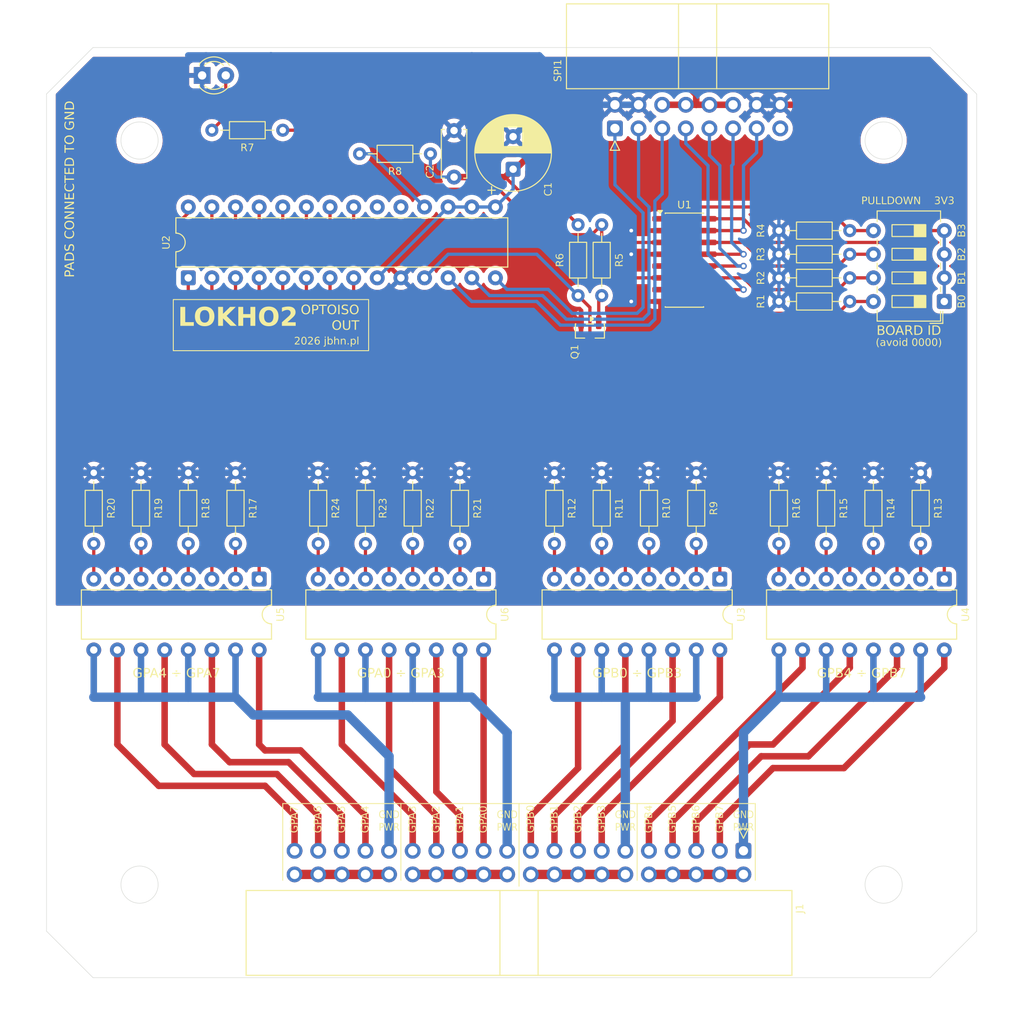
<source format=kicad_pcb>
(kicad_pcb (version 20241229) (generator "pcbnew") (generator_version "9.0")
  (layers (0 "F.Cu" signal) (2 "B.Cu" signal) (13 "F.Paste" user) (15 "B.Paste" user) (5 "F.SilkS" user "F.Silkscreen") (7 "B.SilkS" user "B.Silkscreen") (1 "F.Mask" user) (3 "B.Mask" user) (25 "Edge.Cuts" user))
  (net 0 "")
  (net 1 "SPI_MISO")
  (net 2 "GND")
  (net 3 "SPI_MOSI")
  (net 4 "SPI_SCK")
  (net 5 "+3V3")
  (net 6 "SPI_S0")
  (net 7 "SPI_S1")
  (net 8 "SPI_S2")
  (net 9 "SPI_S3")
  (net 10 "GP")
  (net 11 "ADDR_SEL")
  (net 12 "Net-(Q1-B)")
  (net 13 "Net-(U1-B0)")
  (net 14 "Net-(U1-B1)")
  (net 15 "Net-(U1-B2)")
  (net 16 "Net-(U1-B3)")
  (net 17 "Net-(U1-Oa=b)")
  (net 18 "Net-(U2-~{RESET})")
  (net 23 "Net-(D1-A)")
  (net 24 "GPB0")
  (net 25 "GPA4")
  (net 26 "GPB2")
  (net 27 "GPB3")
  (net 28 "GPB5")
  (net 29 "GPA3")
  (net 30 "GPB1")
  (net 31 "GPA0")
  (net 32 "GPA2")
  (net 33 "GPB4")
  (net 34 "GPA5")
  (net 35 "GPA7")
  (net 36 "GPB6")
  (net 37 "GPA6")
  (net 38 "GPB7")
  (net 39 "GPA1")
  (net 40 "Net-(R9-Pad2)")
  (net 41 "Net-(R10-Pad2)")
  (net 42 "Net-(R11-Pad2)")
  (net 43 "Net-(R12-Pad2)")
  (net 44 "Net-(R13-Pad2)")
  (net 45 "Net-(R14-Pad2)")
  (net 46 "Net-(R15-Pad2)")
  (net 47 "Net-(R16-Pad2)")
  (net 48 "Net-(R17-Pad2)")
  (net 49 "Net-(R18-Pad2)")
  (net 50 "Net-(R19-Pad2)")
  (net 51 "Net-(R20-Pad2)")
  (net 52 "Net-(R21-Pad2)")
  (net 53 "Net-(R22-Pad2)")
  (net 54 "Net-(R23-Pad2)")
  (net 55 "Net-(R24-Pad2)")
  (net 56 "GPB3I")
  (net 57 "IGND0")
  (net 58 "GPB2I")
  (net 59 "GPB0I")
  (net 60 "GPB1I")
  (net 61 "IGND1")
  (net 62 "GPB7I")
  (net 63 "GPB5I")
  (net 64 "GPB4I")
  (net 65 "GPB6I")
  (net 66 "GPA4I")
  (net 67 "GPA6I")
  (net 68 "GPA5I")
  (net 69 "IGND2")
  (net 70 "GPA7I")
  (net 71 "GPA3I")
  (net 72 "GPA2I")
  (net 73 "GPA0I")
  (net 74 "GPA1I")
  (net 75 "IGND3")
  (net 76 "IPWR1")
  (net 77 "IPWR0")
  (net 78 "IPWR2")
  (net 79 "IPWR3")
  (footprint "Resistor_THT:R_Axial_DIN0204_L3.6mm_D1.6mm_P7.62mm_Horizontal" (layer "F.Cu") (at 183.82 95.72 -90)
    (property "Reference" "R15")
    (property "Value" "1k")
  )
  (footprint "Resistor_THT:R_Axial_DIN0204_L3.6mm_D1.6mm_P7.62mm_Horizontal" (layer "F.Cu") (at 115.24 95.72 -90)
    (property "Reference" "R18")
    (property "Value" "1k")
  )
  (footprint "Resistor_THT:R_Axial_DIN0204_L3.6mm_D1.6mm_P7.62mm_Horizontal" (layer "F.Cu") (at 164.77 95.72 -90)
    (property "Reference" "R10")
    (property "Value" "1k")
  )
  (footprint "Resistor_THT:R_Axial_DIN0204_L3.6mm_D1.6mm_P7.62mm_Horizontal" (layer "F.Cu") (at 186.36 69.685 180)
    (property "Reference" "R4")
    (property "Value" "10k")
  )
  (footprint "Resistor_THT:R_Axial_DIN0204_L3.6mm_D1.6mm_P7.62mm_Horizontal" (layer "F.Cu") (at 105.08 95.72 -90)
    (property "Reference" "R20")
    (property "Value" "1k")
  )
  (footprint "Package_DIP:DIP-16_W7.62mm" (layer "F.Cu") (at 122.86 107.15 -90)
    (property "Reference" "U5")
    (property "Value" "LTV-847")
  )
  (footprint "Resistor_THT:R_Axial_DIN0204_L3.6mm_D1.6mm_P7.62mm_Horizontal" (layer "F.Cu") (at 188.9 95.72 -90)
    (property "Reference" "R14")
    (property "Value" "1k")
  )
  (footprint "Resistor_THT:R_Axial_DIN0204_L3.6mm_D1.6mm_P7.62mm_Horizontal" (layer "F.Cu") (at 125.4 58.89 180)
    (property "Reference" "R7")
    (property "Value" "1k")
  )
  (footprint "Resistor_THT:R_Axial_DIN0204_L3.6mm_D1.6mm_P7.62mm_Horizontal" (layer "F.Cu") (at 139.37 95.72 -90)
    (property "Reference" "R22")
    (property "Value" "1k")
  )
  (footprint "Capacitor_THT:C_Disc_D5.0mm_W2.5mm_P5.00mm" (layer "F.Cu") (at 143.815 58.93 -90)
    (property "Reference" "C2")
    (property "Value" "100n")
  )
  (footprint "Connector_IDC:IDC-Header_2x20_P2.54mm_Horizontal" (layer "F.Cu") (at 174.93 136.36 -90)
    (property "Reference" "J1")
    (property "Value" "ISOLATED OUTPUT")
  )
  (footprint "Resistor_THT:R_Axial_DIN0204_L3.6mm_D1.6mm_P7.62mm_Horizontal" (layer "F.Cu") (at 169.85 95.72 -90)
    (property "Reference" "R9")
    (property "Value" "1k")
  )
  (footprint "Package_TO_SOT_SMD:SOT-23" (layer "F.Cu") (at 158.42 80.48 -90)
    (property "Reference" "Q1")
    (property "Value" "BC846")
  )
  (footprint "Package_DIP:DIP-16_W7.62mm" (layer "F.Cu") (at 172.39 107.15 -90)
    (property "Reference" "U3")
    (property "Value" "LTV-847")
  )
  (footprint "LED_THT:LED_D3.0mm" (layer "F.Cu") (at 116.73 53)
    (property "Reference" "D1" (hide yes))
    (property "Value" "LED")
  )
  (footprint "Resistor_THT:R_Axial_DIN0204_L3.6mm_D1.6mm_P7.62mm_Horizontal" (layer "F.Cu") (at 129.21 95.72 -90)
    (property "Reference" "R24")
    (property "Value" "1k")
  )
  (footprint "Package_DIP:DIP-16_W7.62mm" (layer "F.Cu") (at 196.52 107.15 -90)
    (property "Reference" "U4")
    (property "Value" "LTV-847")
  )
  (footprint "Resistor_THT:R_Axial_DIN0204_L3.6mm_D1.6mm_P7.62mm_Horizontal" (layer "F.Cu") (at 110.16 95.72 -90)
    (property "Reference" "R19")
    (property "Value" "1k")
  )
  (footprint "Resistor_THT:R_Axial_DIN0204_L3.6mm_D1.6mm_P7.62mm_Horizontal" (layer "F.Cu") (at 134.29 95.72 -90)
    (property "Reference" "R23")
    (property "Value" "1k")
  )
  (footprint "Resistor_THT:R_Axial_DIN0204_L3.6mm_D1.6mm_P7.62mm_Horizontal" (layer "F.Cu") (at 186.36 77.305 180)
    (property "Reference" "R1")
    (property "Value" "10k")
  )
  (footprint "Resistor_THT:R_Axial_DIN0204_L3.6mm_D1.6mm_P7.62mm_Horizontal" (layer "F.Cu") (at 159.69 69.05 -90)
    (property "Reference" "R5")
    (property "Value" "10k")
  )
  (footprint "Resistor_THT:R_Axial_DIN0204_L3.6mm_D1.6mm_P7.62mm_Horizontal" (layer "F.Cu") (at 159.69 95.72 -90)
    (property "Reference" "R11")
    (property "Value" "1k")
  )
  (footprint "Connector_IDC:IDC-Header_2x08_P2.54mm_Horizontal" (layer "F.Cu") (at 161.11 58.6975 90)
    (property "Reference" "SPI1")
    (property "Value" "LOKHO2 SPI")
  )
  (footprint "Resistor_THT:R_Axial_DIN0204_L3.6mm_D1.6mm_P7.62mm_Horizontal" (layer "F.Cu") (at 186.36 74.765 180)
    (property "Reference" "R2")
    (property "Value" "10k")
  )
  (footprint "Resistor_THT:R_Axial_DIN0204_L3.6mm_D1.6mm_P7.62mm_Horizontal" (layer "F.Cu") (at 178.74 95.72 -90)
    (property "Reference" "R16")
    (property "Value" "1k")
  )
  (footprint "Resistor_THT:R_Axial_DIN0204_L3.6mm_D1.6mm_P7.62mm_Horizontal" (layer "F.Cu") (at 144.45 95.72 -90)
    (property "Reference" "R21")
    (property "Value" "1k")
  )
  (footprint "Resistor_THT:R_Axial_DIN0204_L3.6mm_D1.6mm_P7.62mm_Horizontal" (layer "F.Cu") (at 141.275 61.43 180)
    (property "Reference" "R8")
    (property "Value" "10k")
  )
  (footprint "Resistor_THT:R_Axial_DIN0204_L3.6mm_D1.6mm_P7.62mm_Horizontal" (layer "F.Cu") (at 120.32 95.72 -90)
    (property "Reference" "R17")
    (property "Value" "1k")
  )
  (footprint "Capacitor_THT:CP_Radial_D8.0mm_P3.50mm" (layer "F.Cu") (at 150.165 63.082651 90)
    (property "Reference" "C1")
    (property "Value" "330u")
  )
  (footprint "Button_Switch_THT:SW_DIP_SPSTx04_Slide_6.7x11.72mm_W7.62mm_P2.54mm_LowProfile" (layer "F.Cu") (at 196.52 77.305 180)
    (property "Reference" "SW1" (hide yes))
    (property "Value" "SW_DIP_x04")
  )
  (footprint "Package_DIP:DIP-16_W7.62mm" (layer "F.Cu") (at 146.99 107.15 -90)
    (property "Reference" "U6")
    (property "Value" "LTV-847")
  )
  (footprint "Resistor_THT:R_Axial_DIN0204_L3.6mm_D1.6mm_P7.62mm_Horizontal" (layer "F.Cu") (at 154.61 95.72 -90)
    (property "Reference" "R12")
    (property "Value" "1k")
  )
  (footprint "Resistor_THT:R_Axial_DIN0204_L3.6mm_D1.6mm_P7.62mm_Horizontal" (layer "F.Cu") (at 157.15 76.67 90)
    (property "Reference" "R6")
    (property "Value" "10k")
  )
  (footprint "Package_SO:SO-16_3.9x9.9mm_P1.27mm" (layer "F.Cu") (at 168.58 72.86)
    (property "Reference" "U1")
    (property "Value" "74HC85")
  )
  (footprint "Resistor_THT:R_Axial_DIN0204_L3.6mm_D1.6mm_P7.62mm_Horizontal" (layer "F.Cu") (at 193.98 95.72 -90)
    (property "Reference" "R13")
    (property "Value" "1k")
  )
  (footprint "Resistor_THT:R_Axial_DIN0204_L3.6mm_D1.6mm_P7.62mm_Horizontal" (layer "F.Cu") (at 186.36 72.225 180)
    (property "Reference" "R3")
    (property "Value" "10k")
  )
  (footprint "Package_DIP:DIP-28_W7.62mm" (layer "F.Cu") (at 115.24 74.765 90)
    (property "Reference" "U2")
    (property "Value" "MCP23S17_SP")
  )
  (gr_circle (center 110 60) (end 113.5 60) (stroke (width 2)) (fill no) (layers "F.Cu" "F.Mask") (net 2))
  (gr_circle (center 190 60) (end 193.5 60) (stroke (width 2)) (fill no) (layers "F.Cu" "F.Mask") (net 2))
  (gr_line (start 138.1 139.535) (end 138.1 131.28) (stroke (width 0.1)) (layer "F.SilkS"))
  (gr_line (start 138.1 131.28) (end 125.4 131.28) (stroke (width 0.1)) (layer "F.SilkS"))
  (gr_line (start 150.8 131.28) (end 163.5 131.28) (stroke (width 0.1)) (layer "F.SilkS"))
  (gr_line (start 176.2 131.28) (end 176.2 139.535) (stroke (width 0.1)) (layer "F.SilkS"))
  (gr_line (start 150.8 131.28) (end 150.8 140.17) (stroke (width 0.1)) (layer "F.SilkS"))
  (gr_line (start 125.4 131.28) (end 125.4 139.535) (stroke (width 0.1)) (layer "F.SilkS"))
  (gr_line (start 138.1 131.28) (end 150.8 131.28) (stroke (width 0.1)) (layer "F.SilkS"))
  (gr_rect (start 113.63 77.095) (end 134.63 82.595) (stroke (width 0.1)) (fill no) (layer "F.SilkS"))
  (gr_line (start 163.5 131.28) (end 163.5 139.535) (stroke (width 0.1)) (layer "F.SilkS"))
  (gr_line (start 163.5 131.28) (end 176.2 131.28) (stroke (width 0.1)) (layer "F.SilkS"))
  (gr_line (start 200 145) (end 195 150) (stroke (width 0.05)) (layer "Edge.Cuts"))
  (gr_line (start 105 150) (end 100 145) (stroke (width 0.05)) (layer "Edge.Cuts"))
  (gr_line (start 195 50) (end 200 55) (stroke (width 0.05)) (layer "Edge.Cuts"))
  (gr_circle (center 190 140) (end 192 140) (stroke (width 0.05)) (fill no) (layer "Edge.Cuts"))
  (gr_line (start 200 55) (end 200 145) (stroke (width 0.05)) (layer "Edge.Cuts"))
  (gr_line (start 105 50) (end 195 50) (stroke (width 0.05)) (layer "Edge.Cuts"))
  (gr_line (start 100 55) (end 105 50) (stroke (width 0.05)) (layer "Edge.Cuts"))
  (gr_circle (center 110 140) (end 108 140) (stroke (width 0.05)) (fill no) (layer "Edge.Cuts"))
  (gr_line (start 195 150) (end 105 150) (stroke (width 0.05)) (layer "Edge.Cuts"))
  (gr_circle (center 190 60) (end 192 60) (stroke (width 0.05)) (fill no) (layer "Edge.Cuts"))
  (gr_line (start 100 145) (end 100 55) (stroke (width 0.05)) (layer "Edge.Cuts"))
  (gr_circle (center 110 60) (end 112 60) (stroke (width 0.05)) (fill no) (layer "Edge.Cuts"))
  (gr_text "GPA4" (at 134.29 134.455 90) (layer "F.SilkS") (effects (font (size 0.8 0.8) (thickness 0.125)) (justify left)))
  (gr_text "GPA0 ÷ GPA3" (at 138.1 117.31 0) (layer "F.SilkS") (effects (font (size 1 1) (thickness 0.125))))
  (gr_text "B0" (at 198.425 77.305 90) (layer "F.SilkS") (effects (font (size 0.8 0.8) (thickness 0.125))))
  (gr_text "GND\nPWR" (at 149.53 133.185 0) (layer "F.SilkS") (effects (font (size 0.8 0.7) (thickness 0.125))))
  (gr_text "2026 jbhn.pl" (at 133.63 81.595 0) (layer "F.SilkS") (effects (font (size 0.8 0.8) (thickness 0.125)) (justify right)))
  (gr_text "LOKHO2" (at 114.13 79.095 0) (layer "F.SilkS") (effects (font (size 2 2) (thickness 0.4) (bold yes)) (justify left)))
  (gr_text "GPA0" (at 146.99 134.455 90) (layer "F.SilkS") (effects (font (size 0.8 0.8) (thickness 0.125)) (justify left)))
  (gr_text "GPA3" (at 139.37 134.455 90) (layer "F.SilkS") (effects (font (size 0.8 0.8) (thickness 0.125)) (justify left)))
  (gr_text "GPA6" (at 129.21 134.455 90) (layer "F.SilkS") (effects (font (size 0.8 0.8) (thickness 0.125)) (justify left)))
  (gr_text "GND\nPWR" (at 162.23 133.185 0) (layer "F.SilkS") (effects (font (size 0.8 0.7) (thickness 0.125))))
  (gr_text "GPB4 ÷ GPB7" (at 187.63 117.31 0) (layer "F.SilkS") (effects (font (size 1 1) (thickness 0.125))))
  (gr_text "GPB4" (at 164.77 134.455 90) (layer "F.SilkS") (effects (font (size 0.8 0.8) (thickness 0.125)) (justify left)))
  (gr_text "GPB6" (at 169.85 134.455 90) (layer "F.SilkS") (effects (font (size 0.8 0.8) (thickness 0.125)) (justify left)))
  (gr_text "BOARD ID" (at 192.71 80.48 0) (layer "F.SilkS") (effects (font (size 1 1) (thickness 0.125))))
  (gr_text "PADS CONNECTED TO GND" (at 102.54 55.715 90) (layer "F.SilkS") (effects (font (size 1 1) (thickness 0.125)) (justify right)))
  (gr_text "B3" (at 198.425 69.685 90) (layer "F.SilkS") (effects (font (size 0.8 0.8) (thickness 0.125))))
  (gr_text "GPA1" (at 144.45 134.455 90) (layer "F.SilkS") (effects (font (size 0.8 0.8) (thickness 0.125)) (justify left)))
  (gr_text "B1" (at 198.425 74.765 90) (layer "F.SilkS") (effects (font (size 0.8 0.8) (thickness 0.125))))
  (gr_text "GPA4 ÷ GPA7" (at 113.97 117.31 0) (layer "F.SilkS") (effects (font (size 1 1) (thickness 0.125))))
  (gr_text "GND\nPWR" (at 174.93 133.185 0) (layer "F.SilkS") (effects (font (size 0.8 0.7) (thickness 0.125))))
  (gr_text "GPB1" (at 154.61 134.455 90) (layer "F.SilkS") (effects (font (size 0.8 0.8) (thickness 0.125)) (justify left)))
  (gr_text "B2" (at 198.425 72.225 90) (layer "F.SilkS") (effects (font (size 0.8 0.8) (thickness 0.125))))
  (gr_text "(avoid 0000)" (at 192.71 81.75 0) (layer "F.SilkS") (effects (font (size 0.8 0.8) (thickness 0.125))))
  (gr_text "GPB0" (at 152.07 134.455 90) (layer "F.SilkS") (effects (font (size 0.8 0.8) (thickness 0.125)) (justify left)))
  (gr_text "GPB5" (at 167.31 134.455 90) (layer "F.SilkS") (effects (font (size 0.8 0.8) (thickness 0.125)) (justify left)))
  (gr_text "3V3" (at 196.52 66.51 0) (layer "F.SilkS") (effects (font (size 0.8 0.8) (thickness 0.125))))
  (gr_text "GPB0 ÷ GPB3" (at 163.5 117.31 0) (layer "F.SilkS") (effects (font (size 1 1) (thickness 0.125))))
  (gr_text "GPA5" (at 131.75 134.455 90) (layer "F.SilkS") (effects (font (size 0.8 0.8) (thickness 0.125)) (justify left)))
  (gr_text "OPTOISO\nOUT" (at 133.63 79.095 0) (layer "F.SilkS") (effects (font (size 1 1) (thickness 0.125)) (justify right)))
  (gr_text "GPA2" (at 141.91 134.455 90) (layer "F.SilkS") (effects (font (size 0.8 0.8) (thickness 0.125)) (justify left)))
  (gr_text "GPB3" (at 159.69 134.455 90) (layer "F.SilkS") (effects (font (size 0.8 0.8) (thickness 0.125)) (justify left)))
  (gr_text "GPB2" (at 157.15 134.455 90) (layer "F.SilkS") (effects (font (size 0.8 0.8) (thickness 0.125)) (justify left)))
  (gr_text "PULLDOWN" (at 190.805 66.51 0) (layer "F.SilkS") (effects (font (size 0.8 0.8) (thickness 0.125))))
  (gr_text "GND\nPWR" (at 136.83 133.185 0) (layer "F.SilkS") (effects (font (size 0.8 0.7) (thickness 0.125))))
  (gr_text "GPB7" (at 172.39 134.455 90) (layer "F.SilkS") (effects (font (size 0.8 0.8) (thickness 0.125)) (justify left)))
  (gr_text "GPA7" (at 126.67 134.455 90) (layer "F.SilkS") (effects (font (size 0.8 0.8) (thickness 0.125)) (justify left)))
  (segment (start 148.26 74.765) (end 149.495 76) (width 0.35) (layer "B.Cu") (net 1))
  (segment (start 164.135 67.78) (end 161.11 64.755) (width 0.35) (layer "B.Cu") (net 1))
  (segment (start 149.495 76) (end 153.94 76) (width 0.35) (layer "B.Cu") (net 1))
  (segment (start 161.11 64.755) (end 161.11 58.6975) (width 0.35) (layer "B.Cu") (net 1))
  (segment (start 163.5 78.575) (end 164.135 77.94) (width 0.35) (layer "B.Cu") (net 1))
  (segment (start 156.515 78.575) (end 163.5 78.575) (width 0.35) (layer "B.Cu") (net 1))
  (segment (start 164.135 77.94) (end 164.135 67.78) (width 0.35) (layer "B.Cu") (net 1))
  (segment (start 153.94 76) (end 156.515 78.575) (width 0.35) (layer "B.Cu") (net 1))
  (segment (start 116.73 53) (end 113.5 53) (width 0.35) (layer "F.Cu") (net 2))
  (segment (start 155.245 75.4) (end 155.88 74.765) (width 0.35) (layer "F.Cu") (net 2))
  (segment (start 155.245 77.3175) (end 155.245 75.4) (width 0.35) (layer "F.Cu") (net 2))
  (segment (start 162.865 72.225) (end 166.005 72.225) (width 0.35) (layer "F.Cu") (net 2))
  (segment (start 166.005 69.685) (end 162.865 69.685) (width 0.35) (layer "F.Cu") (net 2))
  (segment (start 160.325 74.765) (end 162.865 77.305) (width 0.35) (layer "F.Cu") (net 2))
  (segment (start 162.865 77.305) (end 166.005 77.305) (width 0.35) (layer "F.Cu") (net 2))
  (segment (start 113.5 53) (end 110 56.5) (width 0.35) (layer "F.Cu") (net 2))
  (segment (start 178.89 56.1575) (end 189.6575 56.1575) (width 0.7) (layer "F.Cu") (net 2))
  (segment (start 157.47 79.5425) (end 155.245 77.3175) (width 0.35) (layer "F.Cu") (net 2))
  (segment (start 155.88 74.765) (end 160.325 74.765) (width 0.35) (layer "F.Cu") (net 2))
  (segment (start 189.6575 56.1575) (end 190 56.5) (width 0.7) (layer "F.Cu") (net 2))
  (via (at 162.865 69.685) (size 0.7) (drill 0.4) (layers "F.Cu" "B.Cu") (net 2))
  (via (at 162.865 72.225) (size 0.7) (drill 0.4) (layers "F.Cu" "B.Cu") (net 2))
  (via (at 162.865 77.305) (size 0.7) (drill 0.4) (layers "F.Cu" "B.Cu") (net 2))
  (segment (start 124.13 50.851) (end 117.145 50.851) (width 0.7) (layer "B.Cu") (net 2))
  (segment (start 178.74 63.335) (end 181.915 60.16) (width 0.35) (layer "B.Cu") (net 2))
  (segment (start 138.1 74.765) (end 143.815 69.05) (width 0.35) (layer "B.Cu") (net 2))
  (segment (start 102.54 76.67) (end 102.54 95.72) (width 0.7) (layer "B.Cu") (net 2))
  (segment (start 121.59 53.391) (end 121.59 61.43) (width 0.7) (layer "B.Cu") (net 2))
  (segment (start 116.73 53) (end 116.73 51.266) (width 0.35) (layer "B.Cu") (net 2))
  (segment (start 151.463826 58.283826) (end 150.165 59.582651) (width 0.7) (layer "B.Cu") (net 2))
  (segment (start 154.61 63.97) (end 154.61 61.43) (width 0.35) (layer "B.Cu") (net 2))
  (segment (start 177.47 54.445) (end 176.835 53.81) (width 0.7) (layer "B.Cu") (net 2))
  (segment (start 176.835 53.81) (end 155.937652 53.81) (width 0.7) (layer "B.Cu") (net 2))
  (segment (start 153.368826 56.378826) (end 151.463826 58.283826) (width 0.7) (layer "B.Cu") (net 2))
  (segment (start 117.145 50.851) (end 115.24 50.851) (width 0.7) (layer "B.Cu") (net 2))
  (segment (start 153.590151 56.1575) (end 153.368826 56.378826) (width 0.7) (layer "B.Cu") (net 2))
  (segment (start 162.865 69.685) (end 154.61 61.43) (width 0.35) (layer "B.Cu") (net 2))
  (segment (start 154.61 61.43) (end 152.705 59.525) (width 0.35) (layer "B.Cu") (net 2))
  (segment (start 124.13 50.851) (end 121.59 53.391) (width 0.7) (layer "B.Cu") (net 2))
  (segment (start 116.73 51.266) (end 117.145 50.851) (width 0.35) (layer "B.Cu") (net 2))
  (segment (start 155.937652 53.81) (end 153.368826 56.378826) (width 0.7) (layer "B.Cu") (net 2))
  (segment (start 152.705 59.525) (end 151.463826 58.283826) (width 0.35) (layer "B.Cu") (net 2))
  (segment (start 143.815 58.93) (end 146.5875 56.1575) (width 0.7) (layer "B.Cu") (net 2))
  (segment (start 162.865 72.225) (end 162.865 77.305) (width 0.35) (layer "B.Cu") (net 2))
  (segment (start 117.78 65.24) (end 113.97 65.24) (width 0.7) (layer "B.Cu") (net 2))
  (segment (start 145.72 50.851) (end 124.13 50.851) (width 0.7) (layer "B.Cu") (net 2))
  (segment (start 121.59 61.43) (end 117.78 65.24) (width 0.7) (layer "B.Cu") (net 2))
  (segment (start 177.47 56.1575) (end 177.47 54.445) (width 0.7) (layer "B.Cu") (net 2))
  (segment (start 102.54 95.72) (end 193.98 95.72) (width 0.7) (layer "B.Cu") (net 2))
  (segment (start 149.53 69.05) (end 154.61 63.97) (width 0.35) (layer "B.Cu") (net 2))
  (segment (start 177.47 56.1575) (end 176.35 56.1575) (width 0.7) (layer "B.Cu") (net 2))
  (segment (start 181.915 54.445) (end 181.28 53.81) (width 0.35) (layer "B.Cu") (net 2))
  (segment (start 163.65 56.1575) (end 153.590151 56.1575) (width 0.7) (layer "B.Cu") (net 2))
  (segment (start 178.89 56.1575) (end 177.47 56.1575) (width 0.7) (layer "B.Cu") (net 2))
  (segment (start 178.74 77.305) (end 178.74 69.685) (width 0.35) (layer "B.Cu") (net 2))
  (segment (start 181.28 53.81) (end 176.835 53.81) (width 0.35) (layer "B.Cu") (net 2))
  (segment (start 143.815 69.05) (end 149.53 69.05) (width 0.35) (layer "B.Cu") (net 2))
  (segment (start 113.97 65.24) (end 102.54 76.67) (width 0.7) (layer "B.Cu") (net 2))
  (segment (start 155.937652 53.81) (end 152.978652 50.851) (width 0.7) (layer "B.Cu") (net 2))
  (segment (start 178.74 69.685) (end 178.74 63.335) (width 0.35) (layer "B.Cu") (net 2))
  (segment (start 152.978652 50.851) (end 145.72 50.851) (width 0.7) (layer "B.Cu") (net 2))
  (segment (start 181.915 60.16) (end 181.915 54.445) (width 0.35) (layer "B.Cu") (net 2))
  (segment (start 162.865 69.685) (end 162.865 72.225) (width 0.35) (layer "B.Cu") (net 2))
  (segment (start 146.5875 56.1575) (end 153.590151 56.1575) (width 0.7) (layer "B.Cu") (net 2))
  (segment (start 153.34 76.67) (end 155.88 79.21) (width 0.35) (layer "B.Cu") (net 3))
  (segment (start 145.72 74.765) (end 147.625 76.67) (width 0.35) (layer "B.Cu") (net 3))
  (segment (start 155.88 79.21) (end 164.135 79.21) (width 0.35) (layer "B.Cu") (net 3))
  (segment (start 164.77 67.145) (end 163.65 66.025) (width 0.35) (layer "B.Cu") (net 3))
  (segment (start 164.77 78.575) (end 164.77 67.145) (width 0.35) (layer "B.Cu") (net 3))
  (segment (start 147.625 76.67) (end 153.34 76.67) (width 0.35) (layer "B.Cu") (net 3))
  (segment (start 164.135 79.21) (end 164.77 78.575) (width 0.35) (layer "B.Cu") (net 3))
  (segment (start 163.65 66.025) (end 163.65 58.6975) (width 0.35) (layer "B.Cu") (net 3))
  (segment (start 152.705 77.305) (end 155.245 79.845) (width 0.35) (layer "B.Cu") (net 4))
  (segment (start 164.77 79.845) (end 165.405 79.21) (width 0.35) (layer "B.Cu") (net 4))
  (segment (start 165.405 66.51) (end 166.19 65.725) (width 0.35) (layer "B.Cu") (net 4))
  (segment (start 165.405 79.21) (end 165.405 66.51) (width 0.35) (layer "B.Cu") (net 4))
  (segment (start 145.72 77.305) (end 152.705 77.305) (width 0.35) (layer "B.Cu") (net 4))
  (segment (start 155.245 79.845) (end 164.77 79.845) (width 0.35) (layer "B.Cu") (net 4))
  (segment (start 143.18 74.765) (end 145.72 77.305) (width 0.35) (layer "B.Cu") (net 4))
  (segment (start 166.19 65.725) (end 166.19 58.6975) (width 0.35) (layer "B.Cu") (net 4))
  (segment (start 169.85 55.08) (end 168.58 53.81) (width 0.7) (layer "F.Cu") (net 5))
  (segment (start 159.69 53.81) (end 150.417349 63.082651) (width 0.7) (layer "F.Cu") (net 5))
  (segment (start 171.155 68.415) (end 174.93 68.415) (width 0.35) (layer "F.Cu") (net 5))
  (segment (start 169.85 56.1575) (end 166.19 56.1575) (width 0.7) (layer "F.Cu") (net 5))
  (segment (start 177.47 70.955) (end 190.805 70.955) (width 0.35) (layer "F.Cu") (net 5))
  (segment (start 161.595 67.78) (end 161.595 70.32) (width 0.35) (layer "F.Cu") (net 5))
  (segment (start 166.991966 70.955) (end 169.531966 68.415) (width 0.35) (layer "F.Cu") (net 5))
  (segment (start 173.81 56.1575) (end 169.85 56.1575) (width 0.7) (layer "F.Cu") (net 5))
  (segment (start 143.815 63.93) (end 149.317651 63.93) (width 0.7) (layer "F.Cu") (net 5))
  (segment (start 161.595 70.32) (end 162.23 70.955) (width 0.35) (layer "F.Cu") (net 5))
  (segment (start 168.58 53.81) (end 159.69 53.81) (width 0.7) (layer "F.Cu") (net 5))
  (segment (start 162.23 70.955) (end 166.005 70.955) (width 0.35) (layer "F.Cu") (net 5))
  (segment (start 190.805 70.955) (end 192.075 69.685) (width 0.35) (layer "F.Cu") (net 5))
  (segment (start 149.317651 63.93) (end 150.165 63.082651) (width 0.7) (layer "F.Cu") (net 5))
  (segment (start 150.417349 63.082651) (end 150.165 63.082651) (width 0.7) (layer "F.Cu") (net 5))
  (segment (start 166.005 70.955) (end 166.991966 70.955) (width 0.35) (layer "F.Cu") (net 5))
  (segment (start 174.93 68.415) (end 177.47 70.955) (width 0.35) (layer "F.Cu") (net 5))
  (segment (start 153.6575 65.5575) (end 159.3725 65.5575) (width 0.35) (layer "F.Cu") (net 5))
  (segment (start 157.15 69.05) (end 153.6575 65.5575) (width 0.35) (layer "F.Cu") (net 5))
  (segment (start 149.317651 63.93) (end 150.945151 65.5575) (width 0.35) (layer "F.Cu") (net 5))
  (segment (start 169.85 56.1575) (end 169.85 55.08) (width 0.7) (layer "F.Cu") (net 5))
  (segment (start 192.075 69.685) (end 196.52 69.685) (width 0.35) (layer "F.Cu") (net 5))
  (segment (start 150.945151 65.5575) (end 153.6575 65.5575) (width 0.35) (layer "F.Cu") (net 5))
  (segment (start 169.531966 68.415) (end 171.155 68.415) (width 0.35) (layer "F.Cu") (net 5))
  (segment (start 159.3725 65.5575) (end 161.595 67.78) (width 0.35) (layer "F.Cu") (net 5))
  (segment (start 143.18 67.145) (end 148.26 67.145) (width 0.35) (layer "B.Cu") (net 5))
  (segment (start 141.275 61.43) (end 141.275 63.255) (width 0.35) (layer "B.Cu") (net 5))
  (segment (start 150.165 65.24) (end 150.165 63.082651) (width 0.35) (layer "B.Cu") (net 5))
  (segment (start 141.95 63.93) (end 143.815 63.93) (width 0.35) (layer "B.Cu") (net 5))
  (segment (start 196.52 77.305) (end 196.52 69.685) (width 0.35) (layer "B.Cu") (net 5))
  (segment (start 148.26 67.145) (end 150.165 65.24) (width 0.35) (layer "B.Cu") (net 5))
  (segment (start 135.56 74.765) (end 143.18 67.145) (width 0.35) (layer "B.Cu") (net 5))
  (segment (start 141.275 63.255) (end 141.95 63.93) (width 0.35) (layer "B.Cu") (net 5))
  (segment (start 171.155 76.035) (end 174.93 76.035) (width 0.35) (layer "F.Cu") (net 6))
  (via (at 174.93 76.035) (size 0.7) (drill 0.4) (layers "F.Cu" "B.Cu") (net 6))
  (segment (start 174.93 76.035) (end 171.12 72.225) (width 0.35) (layer "B.Cu") (net 6))
  (segment (start 168.73 60.31) (end 168.73 58.6975) (width 0.35) (layer "B.Cu") (net 6))
  (segment (start 171.12 72.225) (end 171.12 62.7) (width 0.35) (layer "B.Cu") (net 6))
  (segment (start 171.12 62.7) (end 168.73 60.31) (width 0.35) (layer "B.Cu") (net 6))
  (segment (start 171.155 73.495) (end 174.93 73.495) (width 0.35) (layer "F.Cu") (net 7))
  (via (at 174.93 73.495) (size 0.7) (drill 0.4) (layers "F.Cu" "B.Cu") (net 7))
  (segment (start 172.39 71.59) (end 172.39 62.7) (width 0.35) (layer "B.Cu") (net 7))
  (segment (start 171.27 61.58) (end 171.27 58.6975) (width 0.35) (layer "B.Cu") (net 7))
  (segment (start 174.295 73.495) (end 172.39 71.59) (width 0.35) (layer "B.Cu") (net 7))
  (segment (start 172.39 62.7) (end 171.27 61.58) (width 0.35) (layer "B.Cu") (net 7))
  (segment (start 174.93 73.495) (end 174.295 73.495) (width 0.35) (layer "B.Cu") (net 7))
  (segment (start 171.155 72.225) (end 174.93 72.225) (width 0.35) (layer "F.Cu") (net 8))
  (via (at 174.93 72.225) (size 0.7) (drill 0.4) (layers "F.Cu" "B.Cu") (net 8))
  (segment (start 173.81 62.55) (end 173.81 58.6975) (width 0.35) (layer "B.Cu") (net 8))
  (segment (start 174.93 72.225) (end 173.66 70.955) (width 0.35) (layer "B.Cu") (net 8))
  (segment (start 173.66 62.7) (end 173.81 62.55) (width 0.35) (layer "B.Cu") (net 8))
  (segment (start 173.66 70.955) (end 173.66 62.7) (width 0.35) (layer "B.Cu") (net 8))
  (segment (start 171.155 69.685) (end 174.93 69.685) (width 0.35) (layer "F.Cu") (net 9))
  (via (at 174.93 69.685) (size 0.7) (drill 0.4) (layers "F.Cu" "B.Cu") (net 9))
  (segment (start 176.35 58.6975) (end 176.35 61.28) (width 0.35) (layer "B.Cu") (net 9))
  (segment (start 174.93 62.7) (end 174.93 69.685) (width 0.35) (layer "B.Cu") (net 9))
  (segment (start 176.35 61.28) (end 174.93 62.7) (width 0.35) (layer "B.Cu") (net 9))
  (segment (start 158.42 81.4175) (end 158.42 77.94) (width 0.35) (layer "F.Cu") (net 11))
  (segment (start 158.42 77.94) (end 157.15 76.67) (width 0.35) (layer "F.Cu") (net 11))
  (segment (start 152.705 72.225) (end 157.15 76.67) (width 0.35) (layer "B.Cu") (net 11))
  (segment (start 140.64 74.765) (end 143.18 72.225) (width 0.35) (layer "B.Cu") (net 11))
  (segment (start 143.18 72.225) (end 152.705 72.225) (width 0.35) (layer "B.Cu") (net 11))
  (segment (start 159.37 79.5425) (end 159.37 76.99) (width 0.35) (layer "F.Cu") (net 12))
  (segment (start 159.37 76.99) (end 159.69 76.67) (width 0.35) (layer "F.Cu") (net 12))
  (segment (start 186.36 77.305) (end 188.9 77.305) (width 0.35) (layer "F.Cu") (net 13))
  (segment (start 185.09 78.575) (end 186.36 77.305) (width 0.35) (layer "F.Cu") (net 13))
  (segment (start 176.2 78.575) (end 185.09 78.575) (width 0.35) (layer "F.Cu") (net 13))
  (segment (start 174.93 77.305) (end 176.2 78.575) (width 0.35) (layer "F.Cu") (net 13))
  (segment (start 171.155 77.305) (end 174.93 77.305) (width 0.35) (layer "F.Cu") (net 13))
  (segment (start 185.09 76.035) (end 186.36 74.765) (width 0.35) (layer "F.Cu") (net 14))
  (segment (start 188.9 74.765) (end 186.36 74.765) (width 0.35) (layer "F.Cu") (net 14))
  (segment (start 174.93 74.765) (end 176.2 76.035) (width 0.35) (layer "F.Cu") (net 14))
  (segment (start 171.155 74.765) (end 174.93 74.765) (width 0.35) (layer "F.Cu") (net 14))
  (segment (start 176.2 76.035) (end 185.09 76.035) (width 0.35) (layer "F.Cu") (net 14))
  (segment (start 174.93 70.955) (end 177.47 73.495) (width 0.35) (layer "F.Cu") (net 15))
  (segment (start 171.155 70.955) (end 174.93 70.955) (width 0.35) (layer "F.Cu") (net 15))
  (segment (start 186.36 72.225) (end 188.9 72.225) (width 0.35) (layer "F.Cu") (net 15))
  (segment (start 185.09 73.495) (end 186.36 72.225) (width 0.35) (layer "F.Cu") (net 15))
  (segment (start 177.47 73.495) (end 185.09 73.495) (width 0.35) (layer "F.Cu") (net 15))
  (segment (start 167.945 68.415) (end 166.005 68.415) (width 0.35) (layer "F.Cu") (net 16))
  (segment (start 169.215 67.145) (end 167.945 68.415) (width 0.35) (layer "F.Cu") (net 16))
  (segment (start 183.82 67.145) (end 169.215 67.145) (width 0.35) (layer "F.Cu") (net 16))
  (segment (start 186.36 69.685) (end 183.82 67.145) (width 0.35) (layer "F.Cu") (net 16))
  (segment (start 188.9 69.685) (end 186.36 69.685) (width 0.35) (layer "F.Cu") (net 16))
  (segment (start 159.69 69.05) (end 159.69 72.86) (width 0.35) (layer "F.Cu") (net 17))
  (segment (start 161.595 74.765) (end 166.005 74.765) (width 0.35) (layer "F.Cu") (net 17))
  (segment (start 148.614 65.24) (end 153.5 70.126) (width 0.35) (layer "F.Cu") (net 17))
  (segment (start 125.4 58.89) (end 134.925 58.89) (width 0.35) (layer "F.Cu") (net 17))
  (segment (start 134.925 58.89) (end 141.275 65.24) (width 0.35) (layer "F.Cu") (net 17))
  (segment (start 141.275 65.24) (end 148.614 65.24) (width 0.35) (layer "F.Cu") (net 17))
  (segment (start 153.5 70.126) (end 158.614 70.126) (width 0.35) (layer "F.Cu") (net 17))
  (segment (start 159.69 72.86) (end 161.595 74.765) (width 0.35) (layer "F.Cu") (net 17))
  (segment (start 158.614 70.126) (end 159.69 69.05) (width 0.35) (layer "F.Cu") (net 17))
  (segment (start 134.925 61.43) (end 133.655 61.43) (width 0.35) (layer "B.Cu") (net 18))
  (segment (start 140.64 67.145) (end 134.925 61.43) (width 0.35) (layer "B.Cu") (net 18))
  (segment (start 119.27 57.4) (end 119.27 53) (width 0.35) (layer "F.Cu") (net 23))
  (segment (start 117.78 58.89) (end 119.27 57.4) (width 0.35) (layer "F.Cu") (net 23))
  (segment (start 115.24 74.765) (end 115.24 83.02) (width 0.35) (layer "F.Cu") (net 24))
  (segment (start 157.15 91.91) (end 157.15 107.15) (width 0.35) (layer "F.Cu") (net 24))
  (segment (start 115.24 83.02) (end 120.32 88.1) (width 0.35) (layer "F.Cu") (net 24))
  (segment (start 153.34 88.1) (end 157.15 91.91) (width 0.35) (layer "F.Cu") (net 24))
  (segment (start 120.32 88.1) (end 153.34 88.1) (width 0.35) (layer "F.Cu") (net 24))
  (segment (start 122.86 67.145) (end 122.86 69.685) (width 0.35) (layer "F.Cu") (net 25))
  (segment (start 110.795 87.465) (end 114.605 91.275) (width 0.35) (layer "F.Cu") (net 25))
  (segment (start 122.225 70.32) (end 111.43 70.32) (width 0.35) (layer "F.Cu") (net 25))
  (segment (start 122.86 69.685) (end 122.225 70.32) (width 0.35) (layer "F.Cu") (net 25))
  (segment (start 122.225 91.275) (end 122.86 91.91) (width 0.35) (layer "F.Cu") (net 25))
  (segment (start 110.795 70.955) (end 110.795 87.465) (width 0.35) (layer "F.Cu") (net 25))
  (segment (start 122.86 91.91) (end 122.86 107.15) (width 0.35) (layer "F.Cu") (net 25))
  (segment (start 111.43 70.32) (end 110.795 70.955) (width 0.35) (layer "F.Cu") (net 25))
  (segment (start 114.605 91.275) (end 122.225 91.275) (width 0.35) (layer "F.Cu") (net 25))
  (segment (start 120.32 74.765) (end 120.32 83.02) (width 0.35) (layer "F.Cu") (net 26))
  (segment (start 162.23 86.83) (end 167.31 91.91) (width 0.35) (layer "F.Cu") (net 26))
  (segment (start 124.13 86.83) (end 162.23 86.83) (width 0.35) (layer "F.Cu") (net 26))
  (segment (start 167.31 91.91) (end 167.31 107.15) (width 0.35) (layer "F.Cu") (net 26))
  (segment (start 120.32 83.02) (end 124.13 86.83) (width 0.35) (layer "F.Cu") (net 26))
  (segment (start 172.39 91.91) (end 172.39 107.15) (width 0.35) (layer "F.Cu") (net 27))
  (segment (start 122.86 74.765) (end 122.86 83.02) (width 0.35) (layer "F.Cu") (net 27))
  (segment (start 126.035 86.195) (end 166.675 86.195) (width 0.35) (layer "F.Cu") (net 27))
  (segment (start 122.86 83.02) (end 126.035 86.195) (width 0.35) (layer "F.Cu") (net 27))
  (segment (start 166.675 86.195) (end 172.39 91.91) (width 0.35) (layer "F.Cu") (net 27))
  (segment (start 127.94 74.765) (end 127.94 83.02) (width 0.35) (layer "F.Cu") (net 28))
  (segment (start 129.845 84.925) (end 179.375 84.925) (width 0.35) (layer "F.Cu") (net 28))
  (segment (start 127.94 83.02) (end 129.845 84.925) (width 0.35) (layer "F.Cu") (net 28))
  (segment (start 186.36 91.91) (end 186.36 107.15) (width 0.35) (layer "F.Cu") (net 28))
  (segment (start 179.375 84.925) (end 186.36 91.91) (width 0.35) (layer "F.Cu") (net 28))
  (segment (start 125.4 70.32) (end 124.765 70.955) (width 0.35) (layer "F.Cu") (net 29))
  (segment (start 131.75 91.91) (end 131.75 107.15) (width 0.35) (layer "F.Cu") (net 29))
  (segment (start 125.4 67.145) (end 125.4 70.32) (width 0.35) (layer "F.Cu") (net 29))
  (segment (start 112.065 70.955) (end 111.43 71.59) (width 0.35) (layer "F.Cu") (net 29))
  (segment (start 130.396 90.556) (end 131.75 91.91) (width 0.35) (layer "F.Cu") (net 29))
  (segment (start 111.43 71.59) (end 111.43 86.83) (width 0.35) (layer "F.Cu") (net 29))
  (segment (start 115.156 90.556) (end 130.396 90.556) (width 0.35) (layer "F.Cu") (net 29))
  (segment (start 124.765 70.955) (end 112.065 70.955) (width 0.35) (layer "F.Cu") (net 29))
  (segment (start 111.43 86.83) (end 115.156 90.556) (width 0.35) (layer "F.Cu") (net 29))
  (segment (start 117.78 83.02) (end 122.225 87.465) (width 0.35) (layer "F.Cu") (net 30))
  (segment (start 162.23 91.91) (end 162.23 107.15) (width 0.35) (layer "F.Cu") (net 30))
  (segment (start 122.225 87.465) (end 157.785 87.465) (width 0.35) (layer "F.Cu") (net 30))
  (segment (start 117.78 74.765) (end 117.78 83.02) (width 0.35) (layer "F.Cu") (net 30))
  (segment (start 157.785 87.465) (end 162.23 91.91) (width 0.35) (layer "F.Cu") (net 30))
  (segment (start 113.335 84.925) (end 117.145 88.735) (width 0.35) (layer "F.Cu") (net 31))
  (segment (start 146.99 91.91) (end 146.99 107.15) (width 0.35) (layer "F.Cu") (net 31))
  (segment (start 143.815 88.735) (end 146.99 91.91) (width 0.35) (layer "F.Cu") (net 31))
  (segment (start 133.02 72.225) (end 132.385 72.86) (width 0.35) (layer "F.Cu") (net 31))
  (segment (start 132.385 72.86) (end 113.97 72.86) (width 0.35) (layer "F.Cu") (net 31))
  (segment (start 117.145 88.735) (end 143.815 88.735) (width 0.35) (layer "F.Cu") (net 31))
  (segment (start 133.02 67.145) (end 133.02 72.225) (width 0.35) (layer "F.Cu") (net 31))
  (segment (start 113.335 73.495) (end 113.335 84.925) (width 0.35) (layer "F.Cu") (net 31))
  (segment (start 113.97 72.86) (end 113.335 73.495) (width 0.35) (layer "F.Cu") (net 31))
  (segment (start 127.94 67.145) (end 127.94 70.955) (width 0.35) (layer "F.Cu") (net 32))
  (segment (start 136.83 91.91) (end 136.83 107.15) (width 0.35) (layer "F.Cu") (net 32))
  (segment (start 112.7 71.59) (end 112.065 72.225) (width 0.35) (layer "F.Cu") (net 32))
  (segment (start 112.065 72.225) (end 112.065 86.195) (width 0.35) (layer "F.Cu") (net 32))
  (segment (start 127.94 70.955) (end 127.305 71.59) (width 0.35) (layer "F.Cu") (net 32))
  (segment (start 115.875 90.005) (end 134.925 90.005) (width 0.35) (layer "F.Cu") (net 32))
  (segment (start 134.925 90.005) (end 136.83 91.91) (width 0.35) (layer "F.Cu") (net 32))
  (segment (start 112.065 86.195) (end 115.875 90.005) (width 0.35) (layer "F.Cu") (net 32))
  (segment (start 127.305 71.59) (end 112.7 71.59) (width 0.35) (layer "F.Cu") (net 32))
  (segment (start 127.94 85.56) (end 125.4 83.02) (width 0.35) (layer "F.Cu") (net 33))
  (segment (start 125.4 83.02) (end 125.4 74.765) (width 0.35) (layer "F.Cu") (net 33))
  (segment (start 174.93 85.56) (end 127.94 85.56) (width 0.35) (layer "F.Cu") (net 33))
  (segment (start 181.28 91.91) (end 174.93 85.56) (width 0.35) (layer "F.Cu") (net 33))
  (segment (start 181.28 107.15) (end 181.28 91.91) (width 0.35) (layer "F.Cu") (net 33))
  (segment (start 116.51 91.91) (end 117.78 93.18) (width 0.35) (layer "F.Cu") (net 34))
  (segment (start 110.16 70.32) (end 110.16 88.1) (width 0.35) (layer "F.Cu") (net 34))
  (segment (start 113.97 91.91) (end 116.51 91.91) (width 0.35) (layer "F.Cu") (net 34))
  (segment (start 120.32 67.145) (end 120.32 69.05) (width 0.35) (layer "F.Cu") (net 34))
  (segment (start 110.16 88.1) (end 113.97 91.91) (width 0.35) (layer "F.Cu") (net 34))
  (segment (start 120.32 69.05) (end 119.685 69.685) (width 0.35) (layer "F.Cu") (net 34))
  (segment (start 119.685 69.685) (end 110.795 69.685) (width 0.35) (layer "F.Cu") (net 34))
  (segment (start 110.795 69.685) (end 110.16 70.32) (width 0.35) (layer "F.Cu") (net 34))
  (segment (start 117.78 93.18) (end 117.78 107.15) (width 0.35) (layer "F.Cu") (net 34))
  (segment (start 108.89 90.64) (end 107.62 91.91) (width 0.35) (layer "F.Cu") (net 35))
  (segment (start 108.89 69.05) (end 108.89 90.64) (width 0.35) (layer "F.Cu") (net 35))
  (segment (start 115.24 67.145) (end 115.24 67.78) (width 0.35) (layer "F.Cu") (net 35))
  (segment (start 107.62 91.91) (end 107.62 107.15) (width 0.35) (layer "F.Cu") (net 35))
  (segment (start 115.24 67.78) (end 114.605 68.415) (width 0.35) (layer "F.Cu") (net 35))
  (segment (start 114.605 68.415) (end 109.525 68.415) (width 0.35) (layer "F.Cu") (net 35))
  (segment (start 109.525 68.415) (end 108.89 69.05) (width 0.35) (layer "F.Cu") (net 35))
  (segment (start 130.48 83.02) (end 131.75 84.29) (width 0.35) (layer "F.Cu") (net 36))
  (segment (start 131.75 84.29) (end 183.82 84.29) (width 0.35) (layer "F.Cu") (net 36))
  (segment (start 191.44 91.91) (end 191.44 107.15) (width 0.35) (layer "F.Cu") (net 36))
  (segment (start 130.48 74.765) (end 130.48 83.02) (width 0.35) (layer "F.Cu") (net 36))
  (segment (start 183.82 84.29) (end 191.44 91.91) (width 0.35) (layer "F.Cu") (net 36))
  (segment (start 109.525 88.735) (end 109.525 69.685) (width 0.35) (layer "F.Cu") (net 37))
  (segment (start 117.78 68.499) (end 117.78 67.145) (width 0.35) (layer "F.Cu") (net 37))
  (segment (start 112.7 107.15) (end 112.7 91.91) (width 0.35) (layer "F.Cu") (net 37))
  (segment (start 110.076 69.134) (end 117.145 69.134) (width 0.35) (layer "F.Cu") (net 37))
  (segment (start 109.525 69.685) (end 110.076 69.134) (width 0.35) (layer "F.Cu") (net 37))
  (segment (start 112.7 91.91) (end 109.525 88.735) (width 0.35) (layer "F.Cu") (net 37))
  (segment (start 117.145 69.134) (end 117.78 68.499) (width 0.35) (layer "F.Cu") (net 37))
  (segment (start 133.02 74.765) (end 133.02 83.02) (width 0.35) (layer "F.Cu") (net 38))
  (segment (start 196.52 91.91) (end 196.52 107.15) (width 0.35) (layer "F.Cu") (net 38))
  (segment (start 188.265 83.655) (end 196.52 91.91) (width 0.35) (layer "F.Cu") (net 38))
  (segment (start 133.655 83.655) (end 188.265 83.655) (width 0.35) (layer "F.Cu") (net 38))
  (segment (start 133.02 83.02) (end 133.655 83.655) (width 0.35) (layer "F.Cu") (net 38))
  (segment (start 113.335 72.225) (end 112.7 72.86) (width 0.35) (layer "F.Cu") (net 39))
  (segment (start 141.91 91.91) (end 139.37 89.37) (width 0.35) (layer "F.Cu") (net 39))
  (segment (start 139.37 89.37) (end 116.51 89.37) (width 0.35) (layer "F.Cu") (net 39))
  (segment (start 141.91 107.15) (end 141.91 91.91) (width 0.35) (layer "F.Cu") (net 39))
  (segment (start 129.845 72.225) (end 113.335 72.225) (width 0.35) (layer "F.Cu") (net 39))
  (segment (start 116.51 89.37) (end 112.7 85.56) (width 0.35) (layer "F.Cu") (net 39))
  (segment (start 112.7 72.86) (end 112.7 85.56) (width 0.35) (layer "F.Cu") (net 39))
  (segment (start 130.48 71.59) (end 130.48 67.145) (width 0.35) (layer "F.Cu") (net 39))
  (segment (start 129.845 72.225) (end 130.48 71.59) (width 0.35) (layer "F.Cu") (net 39))
  (segment (start 169.85 103.34) (end 169.85 107.15) (width 0.35) (layer "F.Cu") (net 40))
  (segment (start 164.77 103.34) (end 164.77 107.15) (width 0.35) (layer "F.Cu") (net 41))
  (segment (start 159.69 103.34) (end 159.69 107.15) (width 0.35) (layer "F.Cu") (net 42))
  (segment (start 154.61 103.34) (end 154.61 107.15) (width 0.35) (layer "F.Cu") (net 43))
  (segment (start 193.98 103.34) (end 193.98 107.15) (width 0.35) (layer "F.Cu") (net 44))
  (segment (start 188.9 107.15) (end 188.9 103.34) (width 0.35) (layer "F.Cu") (net 45))
  (segment (start 183.82 103.34) (end 183.82 107.15) (width 0.35) (layer "F.Cu") (net 46))
  (segment (start 178.74 103.34) (end 178.74 107.15) (width 0.35) (layer "F.Cu") (net 47))
  (segment (start 120.32 103.34) (end 120.32 107.15) (width 0.35) (layer "F.Cu") (net 48))
  (segment (start 115.24 103.34) (end 115.24 107.15) (width 0.35) (layer "F.Cu") (net 49))
  (segment (start 110.16 103.34) (end 110.16 107.15) (width 0.35) (layer "F.Cu") (net 50))
  (segment (start 105.08 103.34) (end 105.08 107.15) (width 0.35) (layer "F.Cu") (net 51))
  (segment (start 144.45 103.34) (end 144.45 107.15) (width 0.35) (layer "F.Cu") (net 52))
  (segment (start 139.37 103.34) (end 139.37 107.15) (width 0.35) (layer "F.Cu") (net 53))
  (segment (start 134.29 103.34) (end 134.29 107.15) (width 0.35) (layer "F.Cu") (net 54))
  (segment (start 129.21 103.34) (end 129.21 107.15) (width 0.35) (layer "F.Cu") (net 55))
  (segment (start 159.69 132.55) (end 159.69 136.36) (width 0.7) (layer "F.Cu") (net 56))
  (segment (start 172.39 119.85) (end 159.69 132.55) (width 0.7) (layer "F.Cu") (net 56))
  (segment (start 172.39 114.77) (end 172.39 119.85) (width 0.7) (layer "F.Cu") (net 56))
  (segment (start 166.04 119.85) (end 164.77 119.85) (width 1) (layer "B.Cu") (net 57))
  (segment (start 159.69 114.77) (end 159.69 119.85) (width 0.7) (layer "B.Cu") (net 57))
  (segment (start 159.69 119.85) (end 154.61 119.85) (width 1) (layer "B.Cu") (net 57))
  (segment (start 164.77 119.85) (end 162.23 119.85) (width 1) (layer "B.Cu") (net 57))
  (segment (start 169.85 119.85) (end 166.04 119.85) (width 1) (layer "B.Cu") (net 57))
  (segment (start 162.23 136.36) (end 162.23 119.85) (width 1) (layer "B.Cu") (net 57))
  (segment (start 169.85 114.77) (end 169.85 119.85) (width 0.7) (layer "B.Cu") (net 57))
  (segment (start 164.77 114.77) (end 164.77 119.85) (width 0.7) (layer "B.Cu") (net 57))
  (segment (start 154.61 114.77) (end 154.61 119.85) (width 0.7) (layer "B.Cu") (net 57))
  (segment (start 162.23 119.85) (end 159.69 119.85) (width 1) (layer "B.Cu") (net 57))
  (segment (start 167.31 114.77) (end 167.31 122.39) (width 0.7) (layer "F.Cu") (net 58))
  (segment (start 157.15 132.55) (end 157.15 136.36) (width 0.7) (layer "F.Cu") (net 58))
  (segment (start 167.31 122.39) (end 157.15 132.55) (width 0.7) (layer "F.Cu") (net 58))
  (segment (start 157.15 127.47) (end 152.07 132.55) (width 0.7) (layer "F.Cu") (net 59))
  (segment (start 152.07 132.55) (end 152.07 136.36) (width 0.7) (layer "F.Cu") (net 59))
  (segment (start 157.15 114.77) (end 157.15 127.47) (width 0.7) (layer "F.Cu") (net 59))
  (segment (start 154.61 132.55) (end 154.61 136.36) (width 0.7) (layer "F.Cu") (net 60))
  (segment (start 162.23 124.93) (end 154.61 132.55) (width 0.7) (layer "F.Cu") (net 60))
  (segment (start 162.23 114.77) (end 162.23 124.93) (width 0.7) (layer "F.Cu") (net 60))
  (segment (start 178.74 114.77) (end 178.74 119.85) (width 0.7) (layer "B.Cu") (net 61))
  (segment (start 188.9 119.85) (end 193.98 119.85) (width 1) (layer "B.Cu") (net 61))
  (segment (start 183.82 119.85) (end 188.9 119.85) (width 1) (layer "B.Cu") (net 61))
  (segment (start 178.74 119.85) (end 183.82 119.85) (width 1) (layer "B.Cu") (net 61))
  (segment (start 193.98 114.77) (end 193.98 119.85) (width 0.7) (layer "B.Cu") (net 61))
  (segment (start 183.82 114.77) (end 183.82 119.85) (width 0.7) (layer "B.Cu") (net 61))
  (segment (start 174.93 123.66) (end 178.74 119.85) (width 1) (layer "B.Cu") (net 61))
  (segment (start 188.9 114.77) (end 188.9 119.85) (width 0.7) (layer "B.Cu") (net 61))
  (segment (start 174.93 136.36) (end 174.93 123.66) (width 1) (layer "B.Cu") (net 61))
  (segment (start 172.39 133.185) (end 178.105 127.47) (width 0.7) (layer "F.Cu") (net 62))
  (segment (start 172.39 133.185) (end 172.39 136.36) (width 0.7) (layer "F.Cu") (net 62))
  (segment (start 196.52 116.675) (end 185.725 127.47) (width 0.7) (layer "F.Cu") (net 62))
  (segment (start 196.52 114.77) (end 196.52 116.675) (width 0.7) (layer "F.Cu") (net 62))
  (segment (start 185.725 127.47) (end 178.105 127.47) (width 0.7) (layer "F.Cu") (net 62))
  (segment (start 186.36 116.675) (end 178.105 124.93) (width 0.7) (layer "F.Cu") (net 63))
  (segment (start 175.565 124.93) (end 167.31 133.185) (width 0.7) (layer "F.Cu") (net 63))
  (segment (start 186.36 114.77) (end 186.36 116.675) (width 0.7) (layer "F.Cu") (net 63))
  (segment (start 178.105 124.93) (end 175.565 124.93) (width 0.7) (layer "F.Cu") (net 63))
  (segment (start 167.31 133.185) (end 167.31 136.36) (width 0.7) (layer "F.Cu") (net 63))
  (segment (start 181.28 114.77) (end 181.28 116.675) (width 0.7) (layer "F.Cu") (net 64))
  (segment (start 181.28 116.675) (end 164.77 133.185) (width 0.7) (layer "F.Cu") (net 64))
  (segment (start 164.77 133.185) (end 164.77 136.36) (width 0.7) (layer "F.Cu") (net 64))
  (segment (start 191.44 116.675) (end 181.915 126.2) (width 0.7) (layer "F.Cu") (net 65))
  (segment (start 181.915 126.2) (end 176.835 126.2) (width 0.7) (layer "F.Cu") (net 65))
  (segment (start 169.85 133.185) (end 169.85 136.36) (width 0.7) (layer "F.Cu") (net 65))
  (segment (start 176.835 126.2) (end 169.85 133.185) (width 0.7) (layer "F.Cu") (net 65))
  (segment (start 191.44 114.77) (end 191.44 116.675) (width 0.7) (layer "F.Cu") (net 65))
  (segment (start 122.86 114.77) (end 122.86 124.93) (width 0.7) (layer "F.Cu") (net 66))
  (segment (start 122.86 124.93) (end 123.495 125.565) (width 0.7) (layer "F.Cu") (net 66))
  (segment (start 127.305 125.565) (end 134.29 132.55) (width 0.7) (layer "F.Cu") (net 66))
  (segment (start 134.29 132.55) (end 134.29 136.36) (width 0.7) (layer "F.Cu") (net 66))
  (segment (start 123.495 125.565) (end 127.305 125.565) (width 0.7) (layer "F.Cu") (net 66))
  (segment (start 112.7 124.93) (end 115.875 128.105) (width 0.7) (layer "F.Cu") (net 67))
  (segment (start 124.765 128.105) (end 129.21 132.55) (width 0.7) (layer "F.Cu") (net 67))
  (segment (start 129.21 132.55) (end 129.21 136.36) (width 0.7) (layer "F.Cu") (net 67))
  (segment (start 115.875 128.105) (end 124.765 128.105) (width 0.7) (layer "F.Cu") (net 67))
  (segment (start 112.7 114.77) (end 112.7 124.93) (width 0.7) (layer "F.Cu") (net 67))
  (segment (start 117.78 114.77) (end 117.78 124.93) (width 0.7) (layer "F.Cu") (net 68))
  (segment (start 119.685 126.835) (end 126.035 126.835) (width 0.7) (layer "F.Cu") (net 68))
  (segment (start 126.035 126.835) (end 131.75 132.55) (width 0.7) (layer "F.Cu") (net 68))
  (segment (start 131.75 132.55) (end 131.75 136.36) (width 0.7) (layer "F.Cu") (net 68))
  (segment (start 117.78 124.93) (end 119.685 126.835) (width 0.7) (layer "F.Cu") (net 68))
  (segment (start 110.16 119.85) (end 105.08 119.85) (width 1) (layer "B.Cu") (net 69))
  (segment (start 115.24 119.85) (end 110.16 119.85) (width 1) (layer "B.Cu") (net 69))
  (segment (start 115.24 114.77) (end 115.24 119.85) (width 0.7) (layer "B.Cu") (net 69))
  (segment (start 132.385 121.755) (end 131.75 121.755) (width 1) (layer "B.Cu") (net 69))
  (segment (start 110.16 114.77) (end 110.16 119.85) (width 0.7) (layer "B.Cu") (net 69))
  (segment (start 131.75 121.755) (end 122.225 121.755) (width 1) (layer "B.Cu") (net 69))
  (segment (start 120.32 119.85) (end 115.24 119.85) (width 1) (layer "B.Cu") (net 69))
  (segment (start 122.225 121.755) (end 120.32 119.85) (width 1) (layer "B.Cu") (net 69))
  (segment (start 136.83 126.2) (end 132.385 121.755) (width 1) (layer "B.Cu") (net 69))
  (segment (start 136.83 136.36) (end 136.83 126.2) (width 1) (layer "B.Cu") (net 69))
  (segment (start 105.08 114.77) (end 105.08 119.85) (width 0.7) (layer "B.Cu") (net 69))
  (segment (start 120.32 114.77) (end 120.32 119.85) (width 0.7) (layer "B.Cu") (net 69))
  (segment (start 123.495 129.375) (end 112.065 129.375) (width 0.7) (layer "F.Cu") (net 70))
  (segment (start 107.62 124.93) (end 107.62 114.77) (width 0.7) (layer "F.Cu") (net 70))
  (segment (start 126.67 132.55) (end 123.495 129.375) (width 0.7) (layer "F.Cu") (net 70))
  (segment (start 126.67 136.36) (end 126.67 132.55) (width 0.7) (layer "F.Cu") (net 70))
  (segment (start 112.065 129.375) (end 107.62 124.93) (width 0.7) (layer "F.Cu") (net 70))
  (segment (start 131.75 124.93) (end 131.75 114.77) (width 0.7) (layer "F.Cu") (net 71))
  (segment (start 139.37 132.55) (end 131.75 124.93) (width 0.7) (layer "F.Cu") (net 71))
  (segment (start 139.37 136.36) (end 139.37 132.55) (width 0.7) (layer "F.Cu") (net 71))
  (segment (start 141.91 136.36) (end 141.91 132.55) (width 0.7) (layer "F.Cu") (net 72))
  (segment (start 136.83 127.47) (end 136.83 114.77) (width 0.7) (layer "F.Cu") (net 72))
  (segment (start 141.91 132.55) (end 136.83 127.47) (width 0.7) (layer "F.Cu") (net 72))
  (segment (start 146.99 136.36) (end 146.99 114.77) (width 0.7) (layer "F.Cu") (net 73))
  (segment (start 144.45 132.55) (end 141.91 130.01) (width 0.7) (layer "F.Cu") (net 74))
  (segment (start 144.45 136.36) (end 144.45 132.55) (width 0.7) (layer "F.Cu") (net 74))
  (segment (start 141.91 130.01) (end 141.91 114.77) (width 0.7) (layer "F.Cu") (net 74))
  (segment (start 139.37 114.77) (end 139.37 119.85) (width 0.7) (layer "B.Cu") (net 75))
  (segment (start 149.53 123.66) (end 145.72 119.85) (width 1) (layer "B.Cu") (net 75))
  (segment (start 134.29 119.85) (end 129.21 119.85) (width 1) (layer "B.Cu") (net 75))
  (segment (start 144.45 114.77) (end 144.45 119.85) (width 0.7) (layer "B.Cu") (net 75))
  (segment (start 144.45 119.85) (end 139.37 119.85) (width 1) (layer "B.Cu") (net 75))
  (segment (start 149.53 136.36) (end 149.53 123.66) (width 1) (layer "B.Cu") (net 75))
  (segment (start 145.72 119.85) (end 144.45 119.85) (width 1) (layer "B.Cu") (net 75))
  (segment (start 134.29 114.77) (end 134.29 119.85) (width 0.7) (layer "B.Cu") (net 75))
  (segment (start 139.37 119.85) (end 134.29 119.85) (width 1) (layer "B.Cu") (net 75))
  (segment (start 129.21 114.77) (end 129.21 119.85) (width 0.7) (layer "B.Cu") (net 75))
  (segment (start 164.77 138.9) (end 174.93 138.9) (width 1) (layer "F.Cu") (net 76))
  (segment (start 152.07 138.9) (end 162.23 138.9) (width 1) (layer "F.Cu") (net 77))
  (segment (start 126.67 138.9) (end 136.83 138.9) (width 1) (layer "F.Cu") (net 78))
  (segment (start 139.37 138.9) (end 149.53 138.9) (width 1) (layer "F.Cu") (net 79))
  (zone (net 0) (net_name "") (layers "F.Cu" "B.Cu") (name "MOUNTING") (connect_pads (clearance 0)) (min_thickness 0.25)
    (keepout (tracks not_allowed) (vias not_allowed) (pads not_allowed) (copperpour not_allowed) (footprints not_allowed))
    (fill (thermal_gap 0.5) (thermal_bridge_width 0.5))
    (polygon (pts (xy 205 155) (xy 205 135) (xy 185 135) (xy 185 155)))
  )
  (zone (net 0) (net_name "") (layers "F.Cu" "B.Cu") (name "MOUNTING") (connect_pads (clearance 0)) (min_thickness 0.25)
    (keepout (tracks not_allowed) (vias not_allowed) (pads not_allowed) (copperpour not_allowed) (footprints not_allowed))
    (fill (thermal_gap 0.5) (thermal_bridge_width 0.5))
    (polygon (pts (xy 115 155) (xy 115 135) (xy 95 135) (xy 95 155)))
  )
  (zone (net 2) (net_name "GND") (layers "F.Cu" "B.Cu") (connect_pads (clearance 0.5)) (min_thickness 0.25) (fill yes (thermal_gap 0.5) (thermal_bridge_width 0.5))
    (polygon (pts (xy 105 51) (xy 195 51) (xy 199 55) (xy 199 110) (xy 101 110) (xy 101 55)))
  )
)
</source>
